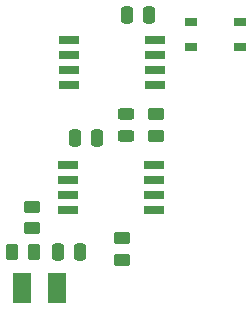
<source format=gbr>
%TF.GenerationSoftware,KiCad,Pcbnew,8.0.6*%
%TF.CreationDate,2024-10-19T09:18:50-03:00*%
%TF.ProjectId,keychain-uv-index,6b657963-6861-4696-9e2d-75762d696e64,rev?*%
%TF.SameCoordinates,Original*%
%TF.FileFunction,Paste,Top*%
%TF.FilePolarity,Positive*%
%FSLAX46Y46*%
G04 Gerber Fmt 4.6, Leading zero omitted, Abs format (unit mm)*
G04 Created by KiCad (PCBNEW 8.0.6) date 2024-10-19 09:18:50*
%MOMM*%
%LPD*%
G01*
G04 APERTURE LIST*
G04 Aperture macros list*
%AMRoundRect*
0 Rectangle with rounded corners*
0 $1 Rounding radius*
0 $2 $3 $4 $5 $6 $7 $8 $9 X,Y pos of 4 corners*
0 Add a 4 corners polygon primitive as box body*
4,1,4,$2,$3,$4,$5,$6,$7,$8,$9,$2,$3,0*
0 Add four circle primitives for the rounded corners*
1,1,$1+$1,$2,$3*
1,1,$1+$1,$4,$5*
1,1,$1+$1,$6,$7*
1,1,$1+$1,$8,$9*
0 Add four rect primitives between the rounded corners*
20,1,$1+$1,$2,$3,$4,$5,0*
20,1,$1+$1,$4,$5,$6,$7,0*
20,1,$1+$1,$6,$7,$8,$9,0*
20,1,$1+$1,$8,$9,$2,$3,0*%
G04 Aperture macros list end*
%ADD10RoundRect,0.250000X0.250000X0.475000X-0.250000X0.475000X-0.250000X-0.475000X0.250000X-0.475000X0*%
%ADD11R,1.700000X0.650000*%
%ADD12RoundRect,0.250000X0.450000X-0.262500X0.450000X0.262500X-0.450000X0.262500X-0.450000X-0.262500X0*%
%ADD13R,1.050000X0.650000*%
%ADD14RoundRect,0.250000X-0.250000X-0.475000X0.250000X-0.475000X0.250000X0.475000X-0.250000X0.475000X0*%
%ADD15RoundRect,0.250000X0.262500X0.450000X-0.262500X0.450000X-0.262500X-0.450000X0.262500X-0.450000X0*%
%ADD16R,1.500000X2.600000*%
%ADD17RoundRect,0.250000X-0.450000X0.262500X-0.450000X-0.262500X0.450000X-0.262500X0.450000X0.262500X0*%
%ADD18RoundRect,0.243750X-0.456250X0.243750X-0.456250X-0.243750X0.456250X-0.243750X0.456250X0.243750X0*%
G04 APERTURE END LIST*
D10*
%TO.C,C1*%
X74150000Y-46200000D03*
X76050000Y-46200000D03*
%TD*%
D11*
%TO.C,U2*%
X69150000Y-58860000D03*
X69150000Y-60130000D03*
X69150000Y-61400000D03*
X69150000Y-62670000D03*
X76450000Y-62670000D03*
X76450000Y-61400000D03*
X76450000Y-60130000D03*
X76450000Y-58860000D03*
%TD*%
D12*
%TO.C,R4*%
X66150000Y-64212500D03*
X66150000Y-62387500D03*
%TD*%
%TO.C,R2*%
X76650000Y-56375000D03*
X76650000Y-54550000D03*
%TD*%
D13*
%TO.C,SW1*%
X79625000Y-46725000D03*
X83775000Y-46725000D03*
X79625000Y-48875000D03*
X83775000Y-48875000D03*
%TD*%
D11*
%TO.C,U1*%
X76550000Y-48295000D03*
X76550000Y-49565000D03*
X76550000Y-50835000D03*
X76550000Y-52105000D03*
X69250000Y-52105000D03*
X69250000Y-50835000D03*
X69250000Y-49565000D03*
X69250000Y-48295000D03*
%TD*%
D10*
%TO.C,C2*%
X70200000Y-66250000D03*
X68300000Y-66250000D03*
%TD*%
D14*
%TO.C,C3*%
X69750000Y-56600000D03*
X71650000Y-56600000D03*
%TD*%
D15*
%TO.C,R1*%
X66262500Y-66200000D03*
X64437500Y-66200000D03*
%TD*%
D16*
%TO.C,D2*%
X68275000Y-69300000D03*
X65275000Y-69300000D03*
%TD*%
D17*
%TO.C,R3*%
X73750000Y-65087500D03*
X73750000Y-66912500D03*
%TD*%
D18*
%TO.C,D1*%
X74050000Y-54562500D03*
X74050000Y-56437500D03*
%TD*%
M02*

</source>
